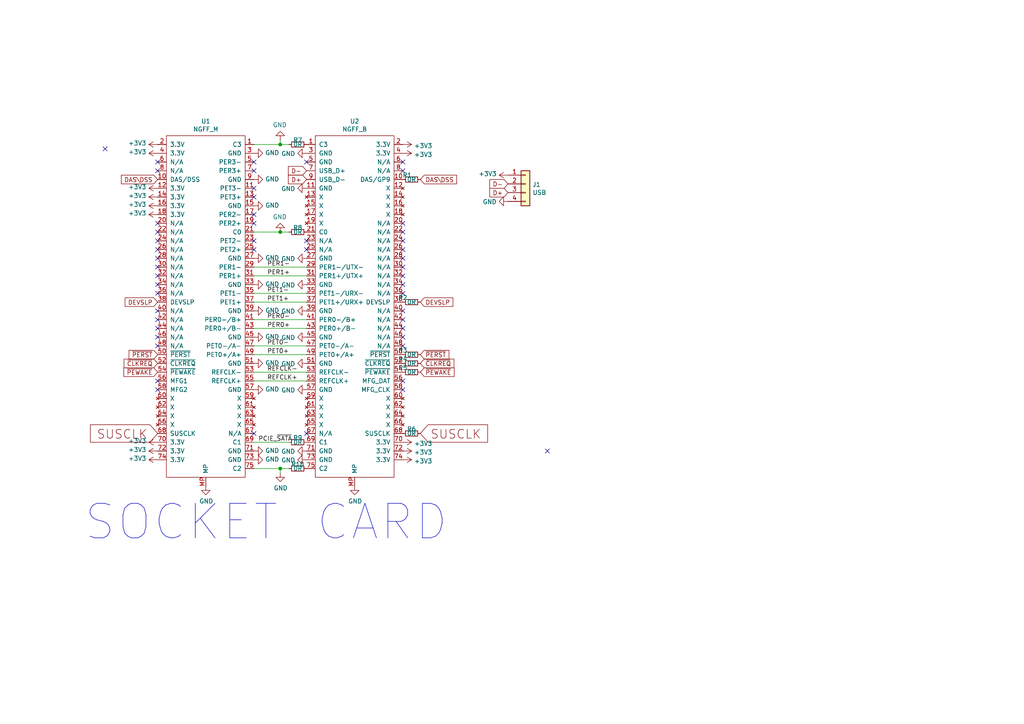
<source format=kicad_sch>
(kicad_sch (version 20211123) (generator eeschema)
  (paper "A4")
  (lib_symbols
    (symbol "Connector_Generic:Conn_01x04" (pin_names (offset 1.016) hide)
      (property "Reference" "J" (at 0 5.08 0))
      (property "Value" "Conn_01x04" (at 0 -7.62 0))
      (symbol "Conn_01x04_1_1"
        (rectangle (start -1.27 -4.953) (end 0 -5.207) (stroke (width 0.1524)))
        (rectangle (start -1.27 -2.413) (end 0 -2.667) (stroke (width 0.1524)))
        (rectangle (start -1.27 0.127) (end 0 -0.127) (stroke (width 0.1524)))
        (rectangle (start -1.27 2.667) (end 0 2.413) (stroke (width 0.1524)))
        (rectangle (start -1.27 3.81) (end 1.27 -6.35) (stroke (width 0.254)) (fill (type background)))
        (pin passive line (at -5.08 2.54 0) (length 3.81) (name "Pin_1") (number "1"))
        (pin passive line (at -5.08 0 0) (length 3.81) (name "Pin_2") (number "2"))
        (pin passive line (at -5.08 -2.54 0) (length 3.81) (name "Pin_3") (number "3"))
        (pin passive line (at -5.08 -5.08 0) (length 3.81) (name "Pin_4") (number "4"))
      )
    )
    (symbol "Device:R_Small" (pin_numbers hide) (pin_names (offset 0.254) hide)
      (property "Reference" "R" (at 0.762 0.508 0))
      (property "Value" "R_Small" (at 0.762 -1.016 0))
      (symbol "R_Small_0_1"
        (rectangle (start -0.762 1.778) (end 0.762 -1.778) (stroke (width 0.2032)))
      )
      (symbol "R_Small_1_1"
        (pin passive line (at 0 2.54 270) (length 0.762) (name "~") (number "1"))
        (pin passive line (at 0 -2.54 90) (length 0.762) (name "~") (number "2"))
      )
    )
    (symbol "nvme:NGFF_B" (pin_names (offset 1.016))
      (property "Reference" "U" (at -10.16 35.56 0))
      (property "Value" "NGFF_B" (at -7.62 -66.04 0))
      (symbol "NGFF_B_0_1"
        (rectangle (start -11.43 34.29) (end 11.43 -64.77))
      )
      (symbol "NGFF_B_1_1"
        (pin input line (at -13.97 31.75 0) (length 2.54) (name "C3") (number "1"))
        (pin input line (at 13.97 21.59 180) (length 2.54) (name "DAS/GP9") (number "10"))
        (pin input line (at -13.97 19.05 0) (length 2.54) (name "GND") (number "11"))
        (pin no_connect line (at 13.97 19.05 180) (length 2.54) (name "X") (number "12"))
        (pin no_connect line (at -13.97 16.51 0) (length 2.54) (name "X") (number "13"))
        (pin no_connect line (at 13.97 16.51 180) (length 2.54) (name "X") (number "14"))
        (pin no_connect line (at -13.97 13.97 0) (length 2.54) (name "X") (number "15"))
        (pin no_connect line (at 13.97 13.97 180) (length 2.54) (name "X") (number "16"))
        (pin no_connect line (at -13.97 11.43 0) (length 2.54) (name "X") (number "17"))
        (pin no_connect line (at 13.97 11.43 180) (length 2.54) (name "X") (number "18"))
        (pin no_connect line (at -13.97 8.89 0) (length 2.54) (name "X") (number "19"))
        (pin input line (at 13.97 31.75 180) (length 2.54) (name "3.3V") (number "2"))
        (pin input line (at 13.97 8.89 180) (length 2.54) (name "N/A") (number "20"))
        (pin input line (at -13.97 6.35 0) (length 2.54) (name "C0") (number "21"))
        (pin input line (at 13.97 6.35 180) (length 2.54) (name "N/A") (number "22"))
        (pin input line (at -13.97 3.81 0) (length 2.54) (name "N/A") (number "23"))
        (pin input line (at 13.97 3.81 180) (length 2.54) (name "N/A") (number "24"))
        (pin input line (at -13.97 1.27 0) (length 2.54) (name "N/A") (number "25"))
        (pin input line (at 13.97 1.27 180) (length 2.54) (name "N/A") (number "26"))
        (pin input line (at -13.97 -1.27 0) (length 2.54) (name "GND") (number "27"))
        (pin input line (at 13.97 -1.27 180) (length 2.54) (name "N/A") (number "28"))
        (pin input line (at -13.97 -3.81 0) (length 2.54) (name "PER1-/UTX-") (number "29"))
        (pin input line (at -13.97 29.21 0) (length 2.54) (name "GND") (number "3"))
        (pin input line (at 13.97 -3.81 180) (length 2.54) (name "N/A") (number "30"))
        (pin input line (at -13.97 -6.35 0) (length 2.54) (name "PER1+/UTX+") (number "31"))
        (pin input line (at 13.97 -6.35 180) (length 2.54) (name "N/A") (number "32"))
        (pin input line (at -13.97 -8.89 0) (length 2.54) (name "GND") (number "33"))
        (pin input line (at 13.97 -8.89 180) (length 2.54) (name "N/A") (number "34"))
        (pin input line (at -13.97 -11.43 0) (length 2.54) (name "PET1-/URX-") (number "35"))
        (pin input line (at 13.97 -11.43 180) (length 2.54) (name "N/A") (number "36"))
        (pin input line (at -13.97 -13.97 0) (length 2.54) (name "PET1+/URX+") (number "37"))
        (pin input line (at 13.97 -13.97 180) (length 2.54) (name "DEVSLP") (number "38"))
        (pin input line (at -13.97 -16.51 0) (length 2.54) (name "GND") (number "39"))
        (pin input line (at 13.97 29.21 180) (length 2.54) (name "3.3V") (number "4"))
        (pin input line (at 13.97 -16.51 180) (length 2.54) (name "N/A") (number "40"))
        (pin input line (at -13.97 -19.05 0) (length 2.54) (name "PER0-/B+") (number "41"))
        (pin input line (at 13.97 -19.05 180) (length 2.54) (name "N/A") (number "42"))
        (pin input line (at -13.97 -21.59 0) (length 2.54) (name "PER0+/B-") (number "43"))
        (pin input line (at 13.97 -21.59 180) (length 2.54) (name "N/A") (number "44"))
        (pin input line (at -13.97 -24.13 0) (length 2.54) (name "GND") (number "45"))
        (pin input line (at 13.97 -24.13 180) (length 2.54) (name "N/A") (number "46"))
        (pin input line (at -13.97 -26.67 0) (length 2.54) (name "PET0-/A-") (number "47"))
        (pin input line (at 13.97 -26.67 180) (length 2.54) (name "N/A") (number "48"))
        (pin input line (at -13.97 -29.21 0) (length 2.54) (name "PET0+/A+") (number "49"))
        (pin input line (at -13.97 26.67 0) (length 2.54) (name "GND") (number "5"))
        (pin input line (at 13.97 -29.21 180) (length 2.54) (name "~{PERST}") (number "50"))
        (pin input line (at -13.97 -31.75 0) (length 2.54) (name "GND") (number "51"))
        (pin input line (at 13.97 -31.75 180) (length 2.54) (name "~{CLKREQ}") (number "52"))
        (pin input line (at -13.97 -34.29 0) (length 2.54) (name "REFCLK-") (number "53"))
        (pin input line (at 13.97 -34.29 180) (length 2.54) (name "~{PEWAKE}") (number "54"))
        (pin input line (at -13.97 -36.83 0) (length 2.54) (name "REFCLK+") (number "55"))
        (pin input line (at 13.97 -36.83 180) (length 2.54) (name "MFG_DAT") (number "56"))
        (pin input line (at -13.97 -39.37 0) (length 2.54) (name "GND") (number "57"))
        (pin input line (at 13.97 -39.37 180) (length 2.54) (name "MFG_CLK") (number "58"))
        (pin no_connect line (at -13.97 -41.91 0) (length 2.54) (name "X") (number "59"))
        (pin input line (at 13.97 26.67 180) (length 2.54) (name "N/A") (number "6"))
        (pin no_connect line (at 13.97 -41.91 180) (length 2.54) (name "X") (number "60"))
        (pin no_connect line (at -13.97 -44.45 0) (length 2.54) (name "X") (number "61"))
        (pin no_connect line (at 13.97 -44.45 180) (length 2.54) (name "X") (number "62"))
        (pin no_connect line (at -13.97 -46.99 0) (length 2.54) (name "X") (number "63"))
        (pin no_connect line (at 13.97 -46.99 180) (length 2.54) (name "X") (number "64"))
        (pin no_connect line (at -13.97 -49.53 0) (length 2.54) (name "X") (number "65"))
        (pin no_connect line (at 13.97 -49.53 180) (length 2.54) (name "X") (number "66"))
        (pin input line (at -13.97 -52.07 0) (length 2.54) (name "N/A") (number "67"))
        (pin input line (at 13.97 -52.07 180) (length 2.54) (name "SUSCLK") (number "68"))
        (pin input line (at -13.97 -54.61 0) (length 2.54) (name "C1") (number "69"))
        (pin input line (at -13.97 24.13 0) (length 2.54) (name "USB_D+") (number "7"))
        (pin input line (at 13.97 -54.61 180) (length 2.54) (name "3.3V") (number "70"))
        (pin input line (at -13.97 -57.15 0) (length 2.54) (name "GND") (number "71"))
        (pin input line (at 13.97 -57.15 180) (length 2.54) (name "3.3V") (number "72"))
        (pin input line (at -13.97 -59.69 0) (length 2.54) (name "GND") (number "73"))
        (pin input line (at 13.97 -59.69 180) (length 2.54) (name "3.3V") (number "74"))
        (pin input line (at -13.97 -62.23 0) (length 2.54) (name "C2") (number "75"))
        (pin input line (at 13.97 24.13 180) (length 2.54) (name "N/A") (number "8"))
        (pin input line (at -13.97 21.59 0) (length 2.54) (name "USB_D-") (number "9"))
        (pin input line (at 0 -67.31 90) (length 2.54) (name "MP") (number "MP"))
      )
    )
    (symbol "nvme:NGFF_M" (pin_names (offset 1.016))
      (property "Reference" "U" (at -10.16 35.56 0))
      (property "Value" "NGFF_M" (at -7.62 -66.04 0))
      (symbol "NGFF_M_0_1"
        (rectangle (start -11.43 34.29) (end 11.43 -64.77))
      )
      (symbol "NGFF_M_1_1"
        (pin input line (at -13.97 31.75 0) (length 2.54) (name "C3") (number "1"))
        (pin input line (at 13.97 21.59 180) (length 2.54) (name "DAS/DSS") (number "10"))
        (pin input line (at -13.97 19.05 0) (length 2.54) (name "PET3-") (number "11"))
        (pin input line (at 13.97 19.05 180) (length 2.54) (name "3.3V") (number "12"))
        (pin input line (at -13.97 16.51 0) (length 2.54) (name "PET3+") (number "13"))
        (pin input line (at 13.97 16.51 180) (length 2.54) (name "3.3V") (number "14"))
        (pin input line (at -13.97 13.97 0) (length 2.54) (name "GND") (number "15"))
        (pin input line (at 13.97 13.97 180) (length 2.54) (name "3.3V") (number "16"))
        (pin input line (at -13.97 11.43 0) (length 2.54) (name "PER2-") (number "17"))
        (pin input line (at 13.97 11.43 180) (length 2.54) (name "3.3V") (number "18"))
        (pin input line (at -13.97 8.89 0) (length 2.54) (name "PER2+") (number "19"))
        (pin input line (at 13.97 31.75 180) (length 2.54) (name "3.3V") (number "2"))
        (pin input line (at 13.97 8.89 180) (length 2.54) (name "N/A") (number "20"))
        (pin input line (at -13.97 6.35 0) (length 2.54) (name "C0") (number "21"))
        (pin input line (at 13.97 6.35 180) (length 2.54) (name "N/A") (number "22"))
        (pin input line (at -13.97 3.81 0) (length 2.54) (name "PET2-") (number "23"))
        (pin input line (at 13.97 3.81 180) (length 2.54) (name "N/A") (number "24"))
        (pin input line (at -13.97 1.27 0) (length 2.54) (name "PET2+") (number "25"))
        (pin input line (at 13.97 1.27 180) (length 2.54) (name "N/A") (number "26"))
        (pin input line (at -13.97 -1.27 0) (length 2.54) (name "GND") (number "27"))
        (pin input line (at 13.97 -1.27 180) (length 2.54) (name "N/A") (number "28"))
        (pin input line (at -13.97 -3.81 0) (length 2.54) (name "PER1-") (number "29"))
        (pin input line (at -13.97 29.21 0) (length 2.54) (name "GND") (number "3"))
        (pin input line (at 13.97 -3.81 180) (length 2.54) (name "N/A") (number "30"))
        (pin input line (at -13.97 -6.35 0) (length 2.54) (name "PER1+") (number "31"))
        (pin input line (at 13.97 -6.35 180) (length 2.54) (name "N/A") (number "32"))
        (pin input line (at -13.97 -8.89 0) (length 2.54) (name "GND") (number "33"))
        (pin input line (at 13.97 -8.89 180) (length 2.54) (name "N/A") (number "34"))
        (pin input line (at -13.97 -11.43 0) (length 2.54) (name "PET1-") (number "35"))
        (pin input line (at 13.97 -11.43 180) (length 2.54) (name "N/A") (number "36"))
        (pin input line (at -13.97 -13.97 0) (length 2.54) (name "PET1+") (number "37"))
        (pin input line (at 13.97 -13.97 180) (length 2.54) (name "DEVSLP") (number "38"))
        (pin input line (at -13.97 -16.51 0) (length 2.54) (name "GND") (number "39"))
        (pin input line (at 13.97 29.21 180) (length 2.54) (name "3.3V") (number "4"))
        (pin input line (at 13.97 -16.51 180) (length 2.54) (name "N/A") (number "40"))
        (pin input line (at -13.97 -19.05 0) (length 2.54) (name "PER0-/B+") (number "41"))
        (pin input line (at 13.97 -19.05 180) (length 2.54) (name "N/A") (number "42"))
        (pin input line (at -13.97 -21.59 0) (length 2.54) (name "PER0+/B-") (number "43"))
        (pin input line (at 13.97 -21.59 180) (length 2.54) (name "N/A") (number "44"))
        (pin input line (at -13.97 -24.13 0) (length 2.54) (name "GND") (number "45"))
        (pin input line (at 13.97 -24.13 180) (length 2.54) (name "N/A") (number "46"))
        (pin input line (at -13.97 -26.67 0) (length 2.54) (name "PET0-/A-") (number "47"))
        (pin input line (at 13.97 -26.67 180) (length 2.54) (name "N/A") (number "48"))
        (pin input line (at -13.97 -29.21 0) (length 2.54) (name "PET0+/A+") (number "49"))
        (pin input line (at -13.97 26.67 0) (length 2.54) (name "PER3-") (number "5"))
        (pin input line (at 13.97 -29.21 180) (length 2.54) (name "~{PERST}") (number "50"))
        (pin input line (at -13.97 -31.75 0) (length 2.54) (name "GND") (number "51"))
        (pin input line (at 13.97 -31.75 180) (length 2.54) (name "~{CLKREQ}") (number "52"))
        (pin input line (at -13.97 -34.29 0) (length 2.54) (name "REFCLK-") (number "53"))
        (pin input line (at 13.97 -34.29 180) (length 2.54) (name "~{PEWAKE}") (number "54"))
        (pin input line (at -13.97 -36.83 0) (length 2.54) (name "REFCLK+") (number "55"))
        (pin input line (at 13.97 -36.83 180) (length 2.54) (name "MFG1") (number "56"))
        (pin input line (at -13.97 -39.37 0) (length 2.54) (name "GND") (number "57"))
        (pin input line (at 13.97 -39.37 180) (length 2.54) (name "MFG2") (number "58"))
        (pin no_connect line (at -13.97 -41.91 0) (length 2.54) (name "X") (number "59"))
        (pin input line (at 13.97 26.67 180) (length 2.54) (name "N/A") (number "6"))
        (pin no_connect line (at 13.97 -41.91 180) (length 2.54) (name "X") (number "60"))
        (pin no_connect line (at -13.97 -44.45 0) (length 2.54) (name "X") (number "61"))
        (pin no_connect line (at 13.97 -44.45 180) (length 2.54) (name "X") (number "62"))
        (pin no_connect line (at -13.97 -46.99 0) (length 2.54) (name "X") (number "63"))
        (pin no_connect line (at 13.97 -46.99 180) (length 2.54) (name "X") (number "64"))
        (pin no_connect line (at -13.97 -49.53 0) (length 2.54) (name "X") (number "65"))
        (pin no_connect line (at 13.97 -49.53 180) (length 2.54) (name "X") (number "66"))
        (pin input line (at -13.97 -52.07 0) (length 2.54) (name "N/A") (number "67"))
        (pin input line (at 13.97 -52.07 180) (length 2.54) (name "SUSCLK") (number "68"))
        (pin input line (at -13.97 -54.61 0) (length 2.54) (name "C1") (number "69"))
        (pin input line (at -13.97 24.13 0) (length 2.54) (name "PER3+") (number "7"))
        (pin input line (at 13.97 -54.61 180) (length 2.54) (name "3.3V") (number "70"))
        (pin input line (at -13.97 -57.15 0) (length 2.54) (name "GND") (number "71"))
        (pin input line (at 13.97 -57.15 180) (length 2.54) (name "3.3V") (number "72"))
        (pin input line (at -13.97 -59.69 0) (length 2.54) (name "GND") (number "73"))
        (pin input line (at 13.97 -59.69 180) (length 2.54) (name "3.3V") (number "74"))
        (pin input line (at -13.97 -62.23 0) (length 2.54) (name "C2") (number "75"))
        (pin input line (at 13.97 24.13 180) (length 2.54) (name "N/A") (number "8"))
        (pin input line (at -13.97 21.59 0) (length 2.54) (name "GND") (number "9"))
        (pin input line (at 0 -67.31 90) (length 2.54) (name "MP") (number "MP"))
      )
    )
    (symbol "nvme_bm_to_m-rescue:+3.3V-power" (power) (pin_names (offset 0))
      (property "Value" "+3.3V-power" (at 0 3.556 0))
      (symbol "+3.3V-power_0_1"
        (polyline (pts (xy -0.762 1.27) (xy 0 2.54)))
        (polyline (pts (xy 0 0) (xy 0 2.54)))
        (polyline (pts (xy 0 2.54) (xy 0.762 1.27)))
      )
      (symbol "+3.3V-power_1_1"
        (pin power_in line (at 0 0 90) (length 0) hide (name "+3V3") (number "1"))
      )
    )
    (symbol "power:GND" (power) (pin_names (offset 0))
      (property "Value" "GND" (at 0 -3.81 0))
      (symbol "GND_0_1"
        (polyline (pts (xy 0 0) (xy 0 -1.27) (xy 1.27 -1.27) (xy 0 -2.54) (xy -1.27 -1.27) (xy 0 -1.27)))
      )
      (symbol "GND_1_1"
        (pin power_in line (at 0 0 270) (length 0) hide (name "GND") (number "1"))
      )
    )
  )
  (junction (at 81.28 135.89))
  (junction (at 81.28 41.91))
  (junction (at 81.28 67.31))
  (no_connect (at 116.84 77.47))
  (no_connect (at 116.84 113.03))
  (no_connect (at 88.9 72.39))
  (no_connect (at 116.84 100.33))
  (no_connect (at 116.84 67.31))
  (no_connect (at 116.84 110.49))
  (no_connect (at 45.72 82.55))
  (no_connect (at 45.72 92.71))
  (no_connect (at 88.9 69.85))
  (no_connect (at 73.66 69.85))
  (no_connect (at 116.84 97.79))
  (no_connect (at 73.66 64.77))
  (no_connect (at 73.66 46.99))
  (no_connect (at 45.72 69.85))
  (no_connect (at 73.66 54.61))
  (no_connect (at 73.66 49.53))
  (no_connect (at 88.9 125.73))
  (no_connect (at 45.72 77.47))
  (no_connect (at 45.72 97.79))
  (no_connect (at 45.72 46.99))
  (no_connect (at 116.84 46.99))
  (no_connect (at 158.75 130.81))
  (no_connect (at 30.48 43.18))
  (no_connect (at 88.9 46.99))
  (no_connect (at 73.66 57.15))
  (no_connect (at 45.72 100.33))
  (no_connect (at 45.72 113.03))
  (no_connect (at 116.84 64.77))
  (no_connect (at 116.84 69.85))
  (no_connect (at 116.84 80.01))
  (no_connect (at 45.72 80.01))
  (no_connect (at 45.72 95.25))
  (no_connect (at 116.84 95.25))
  (no_connect (at 116.84 72.39))
  (no_connect (at 116.84 49.53))
  (no_connect (at 116.84 90.17))
  (no_connect (at 116.84 85.09))
  (no_connect (at 45.72 85.09))
  (no_connect (at 45.72 110.49))
  (no_connect (at 45.72 90.17))
  (no_connect (at 45.72 64.77))
  (no_connect (at 116.84 82.55))
  (no_connect (at 45.72 74.93))
  (no_connect (at 73.66 125.73))
  (no_connect (at 45.72 72.39))
  (no_connect (at 73.66 62.23))
  (no_connect (at 45.72 49.53))
  (no_connect (at 73.66 72.39))
  (no_connect (at 116.84 74.93))
  (no_connect (at 116.84 92.71))
  (no_connect (at 45.72 67.31))
  (wire (pts (xy 88.9 85.09) (xy 73.66 85.09)))
  (wire (pts (xy 81.28 137.16) (xy 81.28 135.89)))
  (wire (pts (xy 88.9 110.49) (xy 73.66 110.49)))
  (wire (pts (xy 88.9 102.87) (xy 73.66 102.87)))
  (wire (pts (xy 83.82 128.27) (xy 73.66 128.27)))
  (wire (pts (xy 88.9 80.01) (xy 73.66 80.01)))
  (wire (pts (xy 73.66 107.95) (xy 88.9 107.95)))
  (wire (pts (xy 73.66 67.31) (xy 81.28 67.31)))
  (wire (pts (xy 81.28 41.91) (xy 81.28 40.64)))
  (wire (pts (xy 81.28 41.91) (xy 83.82 41.91)))
  (wire (pts (xy 73.66 100.33) (xy 88.9 100.33)))
  (wire (pts (xy 81.28 135.89) (xy 73.66 135.89)))
  (wire (pts (xy 73.66 87.63) (xy 88.9 87.63)))
  (wire (pts (xy 81.28 67.31) (xy 83.82 67.31)))
  (wire (pts (xy 88.9 92.71) (xy 73.66 92.71)))
  (wire (pts (xy 73.66 41.91) (xy 81.28 41.91)))
  (wire (pts (xy 83.82 135.89) (xy 81.28 135.89)))
  (wire (pts (xy 73.66 77.47) (xy 88.9 77.47)))
  (wire (pts (xy 73.66 95.25) (xy 88.9 95.25)))
  (text "CARD" (at 91.44 157.48 0) (effects (font (size 10.0076 10.0076)) (justify left bottom)))
  (text "SOCKET" (at 24.13 157.48 0) (effects (font (size 10.0076 10.0076)) (justify left bottom)))
  (label "REFCLK-" (at 77.47 107.95 0))
  (label "PER1-" (at 77.47 77.47 0))
  (label "PET1+" (at 77.47 87.63 0))
  (label "PCIE_~{SATA}" (at 74.93 128.27 0))
  (label "PET0-" (at 77.47 100.33 0))
  (label "PER0+" (at 77.47 95.25 0))
  (label "PET0+" (at 77.47 102.87 0))
  (label "PER0-" (at 77.47 92.71 0))
  (label "PET1-" (at 77.47 85.09 0))
  (label "REFCLK+" (at 77.47 110.49 0))
  (label "PER1+" (at 77.47 80.01 0))
  (global_label "DEVSLP" (shape input) (at 121.92 87.63 0) (property "Intersheet References" "${INTERSHEET_REFS}" (effects hide)))
  (global_label "DAS\\DSS" (shape input) (at 121.92 52.07 0) (property "Intersheet References" "${INTERSHEET_REFS}" (effects hide)))
  (global_label "DAS\\DSS" (shape input) (at 45.72 52.07 180) (property "Intersheet References" "${INTERSHEET_REFS}" (effects hide)))
  (global_label "D+" (shape input) (at 147.32 55.88 180) (property "Intersheet References" "${INTERSHEET_REFS}" (effects hide)))
  (global_label "~{PEWAKE}" (shape input) (at 45.72 107.95 180) (property "Intersheet References" "${INTERSHEET_REFS}" (effects hide)))
  (global_label "~{CLKREQ}" (shape input) (at 45.72 105.41 180) (property "Intersheet References" "${INTERSHEET_REFS}" (effects hide)))
  (global_label "SUSCLK" (shape input) (at 121.92 125.73 0) (effects (font (size 2.54 2.54))) (property "Intersheet References" "${INTERSHEET_REFS}" (effects hide)))
  (global_label "~{CLKREQ}" (shape input) (at 121.92 105.41 0) (property "Intersheet References" "${INTERSHEET_REFS}" (effects hide)))
  (global_label "~{PERST}" (shape input) (at 45.72 102.87 180) (property "Intersheet References" "${INTERSHEET_REFS}" (effects hide)))
  (global_label "SUSCLK" (shape input) (at 45.72 125.73 180) (effects (font (size 2.54 2.54))) (property "Intersheet References" "${INTERSHEET_REFS}" (effects hide)))
  (global_label "~{PEWAKE}" (shape input) (at 121.92 107.95 0) (property "Intersheet References" "${INTERSHEET_REFS}" (effects hide)))
  (global_label "D-" (shape input) (at 88.9 49.53 180) (property "Intersheet References" "${INTERSHEET_REFS}" (effects hide)))
  (global_label "DEVSLP" (shape input) (at 45.72 87.63 180) (property "Intersheet References" "${INTERSHEET_REFS}" (effects hide)))
  (global_label "~{PERST}" (shape input) (at 121.92 102.87 0) (property "Intersheet References" "${INTERSHEET_REFS}" (effects hide)))
  (global_label "D-" (shape input) (at 147.32 53.34 180) (property "Intersheet References" "${INTERSHEET_REFS}" (effects hide)))
  (global_label "D+" (shape input) (at 88.9 52.07 180) (property "Intersheet References" "${INTERSHEET_REFS}" (effects hide)))
  (symbol (lib_id "nvme:NGFF_B") (at 102.87 73.66 0) (unit 1)
    (property "Reference" "U2" (at 102.87 35.179 0))
    (property "Value" "NGFF_B" (at 102.87 37.4904 0))
    (property "Footprint" "nvme_bm_to_m:NGFF_B+M" (effects hide))
  )
  (symbol (lib_id "nvme:NGFF_M") (at 59.69 73.66 0) (mirror y) (unit 1)
    (property "Reference" "U1" (at 59.69 35.179 0))
    (property "Value" "NGFF_M" (at 59.69 37.4904 0))
    (property "Footprint" "nvme_bm_to_m:Conn_TE-M.2-0.5-67P-doublesided_TypeM" (effects hide))
  )
  (symbol (lib_id "power:GND") (at 73.66 52.07 90) (unit 1)
    (property "Reference" "#PWR0101" (effects hide))
    (property "Value" "GND" (at 76.9112 51.943 90) (effects (justify right)))
  )
  (symbol (lib_id "power:GND") (at 73.66 44.45 90) (unit 1)
    (property "Reference" "#PWR0102" (effects hide))
    (property "Value" "GND" (at 76.9112 44.323 90) (effects (justify right)))
  )
  (symbol (lib_id "power:GND") (at 81.28 40.64 180) (unit 1)
    (property "Reference" "#PWR0103" (effects hide))
    (property "Value" "GND" (at 81.153 36.2458 0))
  )
  (symbol (lib_id "power:GND") (at 81.28 67.31 180) (unit 1)
    (property "Reference" "#PWR0104" (effects hide))
    (property "Value" "GND" (at 81.153 62.9158 0))
  )
  (symbol (lib_id "power:GND") (at 73.66 59.69 90) (unit 1)
    (property "Reference" "#PWR0105" (effects hide))
    (property "Value" "GND" (at 76.9112 59.563 90) (effects (justify right)))
  )
  (symbol (lib_id "power:GND") (at 73.66 74.93 90) (unit 1)
    (property "Reference" "#PWR0106" (effects hide))
    (property "Value" "GND" (at 76.9112 74.803 90) (effects (justify right)))
  )
  (symbol (lib_id "power:GND") (at 73.66 82.55 90) (unit 1)
    (property "Reference" "#PWR0107" (effects hide))
    (property "Value" "GND" (at 76.9112 82.423 90) (effects (justify right)))
  )
  (symbol (lib_id "power:GND") (at 73.66 90.17 90) (unit 1)
    (property "Reference" "#PWR0108" (effects hide))
    (property "Value" "GND" (at 76.9112 90.043 90) (effects (justify right)))
  )
  (symbol (lib_id "power:GND") (at 73.66 97.79 90) (unit 1)
    (property "Reference" "#PWR0109" (effects hide))
    (property "Value" "GND" (at 76.9112 97.663 90) (effects (justify right)))
  )
  (symbol (lib_id "power:GND") (at 73.66 105.41 90) (unit 1)
    (property "Reference" "#PWR0110" (effects hide))
    (property "Value" "GND" (at 76.9112 105.283 90) (effects (justify right)))
  )
  (symbol (lib_id "power:GND") (at 73.66 113.03 90) (unit 1)
    (property "Reference" "#PWR0111" (effects hide))
    (property "Value" "GND" (at 76.9112 112.903 90) (effects (justify right)))
  )
  (symbol (lib_id "power:GND") (at 73.66 130.81 90) (unit 1)
    (property "Reference" "#PWR0112" (effects hide))
    (property "Value" "GND" (at 76.9112 130.683 90) (effects (justify right)))
  )
  (symbol (lib_id "power:GND") (at 73.66 133.35 90) (unit 1)
    (property "Reference" "#PWR0113" (effects hide))
    (property "Value" "GND" (at 76.9112 133.223 90) (effects (justify right)))
  )
  (symbol (lib_id "power:GND") (at 81.28 137.16 0) (unit 1)
    (property "Reference" "#PWR0114" (effects hide))
    (property "Value" "GND" (at 81.407 141.5542 0))
  )
  (symbol (lib_id "power:GND") (at 88.9 133.35 270) (unit 1)
    (property "Reference" "#PWR0115" (effects hide))
    (property "Value" "GND" (at 85.6488 133.477 90) (effects (justify right)))
  )
  (symbol (lib_id "power:GND") (at 88.9 130.81 270) (unit 1)
    (property "Reference" "#PWR0116" (effects hide))
    (property "Value" "GND" (at 85.6488 130.937 90) (effects (justify right)))
  )
  (symbol (lib_id "power:GND") (at 88.9 113.03 270) (unit 1)
    (property "Reference" "#PWR0117" (effects hide))
    (property "Value" "GND" (at 85.6488 113.157 90) (effects (justify right)))
  )
  (symbol (lib_id "power:GND") (at 88.9 105.41 270) (unit 1)
    (property "Reference" "#PWR0118" (effects hide))
    (property "Value" "GND" (at 85.6488 105.537 90) (effects (justify right)))
  )
  (symbol (lib_id "power:GND") (at 88.9 97.79 270) (unit 1)
    (property "Reference" "#PWR0119" (effects hide))
    (property "Value" "GND" (at 85.6488 97.917 90) (effects (justify right)))
  )
  (symbol (lib_id "power:GND") (at 88.9 90.17 270) (unit 1)
    (property "Reference" "#PWR0120" (effects hide))
    (property "Value" "GND" (at 85.6488 90.297 90) (effects (justify right)))
  )
  (symbol (lib_id "power:GND") (at 88.9 82.55 270) (unit 1)
    (property "Reference" "#PWR0121" (effects hide))
    (property "Value" "GND" (at 85.6488 82.677 90) (effects (justify right)))
  )
  (symbol (lib_id "power:GND") (at 88.9 74.93 270) (unit 1)
    (property "Reference" "#PWR0122" (effects hide))
    (property "Value" "GND" (at 85.6488 75.057 90) (effects (justify right)))
  )
  (symbol (lib_id "power:GND") (at 88.9 44.45 270) (unit 1)
    (property "Reference" "#PWR0123" (effects hide))
    (property "Value" "GND" (at 85.6488 44.577 90) (effects (justify right)))
  )
  (symbol (lib_id "power:GND") (at 59.69 140.97 0) (unit 1)
    (property "Reference" "#PWR0142" (effects hide))
    (property "Value" "GND" (at 59.817 145.3642 0))
  )
  (symbol (lib_id "power:GND") (at 102.87 140.97 0) (unit 1)
    (property "Reference" "#PWR0143" (effects hide))
    (property "Value" "GND" (at 102.997 145.3642 0))
  )
  (symbol (lib_id "nvme_bm_to_m-rescue:+3.3V-power") (at 45.72 128.27 90) (unit 1)
    (property "Reference" "#PWR0124" (effects hide))
    (property "Value" "+3.3V" (at 42.4688 127.889 90) (effects (justify left)))
  )
  (symbol (lib_id "nvme_bm_to_m-rescue:+3.3V-power") (at 45.72 130.81 90) (unit 1)
    (property "Reference" "#PWR0125" (effects hide))
    (property "Value" "+3.3V" (at 42.4688 130.429 90) (effects (justify left)))
  )
  (symbol (lib_id "nvme_bm_to_m-rescue:+3.3V-power") (at 45.72 133.35 90) (unit 1)
    (property "Reference" "#PWR0126" (effects hide))
    (property "Value" "+3.3V" (at 42.4688 132.969 90) (effects (justify left)))
  )
  (symbol (lib_id "nvme_bm_to_m-rescue:+3.3V-power") (at 116.84 133.35 270) (unit 1)
    (property "Reference" "#PWR0127" (effects hide))
    (property "Value" "+3.3V" (at 120.0912 133.731 90) (effects (justify left)))
  )
  (symbol (lib_id "nvme_bm_to_m-rescue:+3.3V-power") (at 116.84 130.81 270) (unit 1)
    (property "Reference" "#PWR0128" (effects hide))
    (property "Value" "+3.3V" (at 120.0912 131.191 90) (effects (justify left)))
  )
  (symbol (lib_id "nvme_bm_to_m-rescue:+3.3V-power") (at 116.84 128.27 270) (unit 1)
    (property "Reference" "#PWR0129" (effects hide))
    (property "Value" "+3.3V" (at 120.0912 128.651 90) (effects (justify left)))
  )
  (symbol (lib_id "nvme_bm_to_m-rescue:+3.3V-power") (at 116.84 44.45 270) (unit 1)
    (property "Reference" "#PWR0130" (effects hide))
    (property "Value" "+3.3V" (at 120.0912 44.831 90) (effects (justify left)))
  )
  (symbol (lib_id "nvme_bm_to_m-rescue:+3.3V-power") (at 116.84 41.91 270) (unit 1)
    (property "Reference" "#PWR0131" (effects hide))
    (property "Value" "+3.3V" (at 120.0912 42.291 90) (effects (justify left)))
  )
  (symbol (lib_id "nvme_bm_to_m-rescue:+3.3V-power") (at 45.72 54.61 90) (unit 1)
    (property "Reference" "#PWR0132" (effects hide))
    (property "Value" "+3.3V" (at 42.4688 54.229 90) (effects (justify left)))
  )
  (symbol (lib_id "nvme_bm_to_m-rescue:+3.3V-power") (at 45.72 44.45 90) (unit 1)
    (property "Reference" "#PWR0133" (effects hide))
    (property "Value" "+3.3V" (at 42.4688 44.069 90) (effects (justify left)))
  )
  (symbol (lib_id "nvme_bm_to_m-rescue:+3.3V-power") (at 45.72 41.91 90) (unit 1)
    (property "Reference" "#PWR0134" (effects hide))
    (property "Value" "+3.3V" (at 42.4688 41.529 90) (effects (justify left)))
  )
  (symbol (lib_id "nvme_bm_to_m-rescue:+3.3V-power") (at 45.72 57.15 90) (unit 1)
    (property "Reference" "#PWR0135" (effects hide))
    (property "Value" "+3.3V" (at 42.4688 56.769 90) (effects (justify left)))
  )
  (symbol (lib_id "nvme_bm_to_m-rescue:+3.3V-power") (at 45.72 59.69 90) (unit 1)
    (property "Reference" "#PWR0136" (effects hide))
    (property "Value" "+3.3V" (at 42.4688 59.309 90) (effects (justify left)))
  )
  (symbol (lib_id "nvme_bm_to_m-rescue:+3.3V-power") (at 45.72 62.23 90) (unit 1)
    (property "Reference" "#PWR0137" (effects hide))
    (property "Value" "+3.3V" (at 42.4688 61.849 90) (effects (justify left)))
  )
  (symbol (lib_id "Device:R_Small") (at 119.38 52.07 270) (unit 1)
    (property "Reference" "R1" (at 118.11 50.8 90))
    (property "Value" "0R" (at 119.38 52.07 90))
    (property "Footprint" "Resistor_SMD:R_0603_1608Metric_Pad0.98x0.95mm_HandSolder" (effects hide))
  )
  (symbol (lib_id "Device:R_Small") (at 119.38 125.73 270) (unit 1)
    (property "Reference" "R6" (at 119.38 124.46 90))
    (property "Value" "0R" (at 119.38 125.73 90))
    (property "Footprint" "Resistor_SMD:R_0603_1608Metric_Pad0.98x0.95mm_HandSolder" (effects hide))
  )
  (symbol (lib_id "Device:R_Small") (at 119.38 107.95 270) (unit 1)
    (property "Reference" "R5" (at 116.84 106.68 90))
    (property "Value" "0R" (at 119.38 107.95 90))
    (property "Footprint" "Resistor_SMD:R_0603_1608Metric_Pad0.98x0.95mm_HandSolder" (effects hide))
  )
  (symbol (lib_id "Device:R_Small") (at 119.38 105.41 270) (unit 1)
    (property "Reference" "R4" (at 116.84 104.14 90))
    (property "Value" "0R" (at 119.38 105.41 90))
    (property "Footprint" "Resistor_SMD:R_0603_1608Metric_Pad0.98x0.95mm_HandSolder" (effects hide))
  )
  (symbol (lib_id "Device:R_Small") (at 119.38 102.87 270) (unit 1)
    (property "Reference" "R3" (at 116.84 101.6 90))
    (property "Value" "0R" (at 119.38 102.87 90))
    (property "Footprint" "Resistor_SMD:R_0603_1608Metric_Pad0.98x0.95mm_HandSolder" (effects hide))
  )
  (symbol (lib_id "Device:R_Small") (at 119.38 87.63 270) (unit 1)
    (property "Reference" "R2" (at 116.84 86.36 90))
    (property "Value" "0R" (at 119.38 87.63 90))
    (property "Footprint" "Resistor_SMD:R_0603_1608Metric_Pad0.98x0.95mm_HandSolder" (effects hide))
  )
  (symbol (lib_id "power:GND") (at 88.9 54.61 270) (unit 1)
    (property "Reference" "#PWR0138" (effects hide))
    (property "Value" "GND" (at 85.6488 54.737 90) (effects (justify right)))
  )
  (symbol (lib_id "Connector_Generic:Conn_01x04") (at 152.4 53.34 0) (unit 1)
    (property "Reference" "J1" (at 154.432 53.5432 0) (effects (justify left)))
    (property "Value" "USB" (at 154.432 55.8546 0) (effects (justify left)))
    (property "Footprint" "Connector_PinHeader_2.00mm:PinHeader_1x04_P2.00mm_Vertical" (effects hide))
  )
  (symbol (lib_id "nvme_bm_to_m-rescue:+3.3V-power") (at 147.32 50.8 90) (unit 1)
    (property "Reference" "#PWR0140" (effects hide))
    (property "Value" "+3.3V" (at 144.0688 50.419 90) (effects (justify left)))
  )
  (symbol (lib_id "power:GND") (at 147.32 58.42 270) (unit 1)
    (property "Reference" "#PWR0141" (effects hide))
    (property "Value" "GND" (at 144.0688 58.547 90) (effects (justify right)))
  )
  (symbol (lib_id "Device:R_Small") (at 86.36 128.27 270) (unit 1)
    (property "Reference" "R9" (at 86.36 127 90))
    (property "Value" "0R" (at 86.36 128.27 90))
    (property "Footprint" "Resistor_SMD:R_0402_1005Metric" (effects hide))
  )
  (symbol (lib_id "Device:R_Small") (at 86.36 67.31 270) (unit 1)
    (property "Reference" "R8" (at 86.36 66.04 90))
    (property "Value" "0R" (at 86.36 67.31 90))
    (property "Footprint" "Resistor_SMD:R_0402_1005Metric" (effects hide))
  )
  (symbol (lib_id "Device:R_Small") (at 86.36 41.91 270) (unit 1)
    (property "Reference" "R7" (at 86.36 40.64 90))
    (property "Value" "0R" (at 86.36 41.91 90))
    (property "Footprint" "Resistor_SMD:R_0402_1005Metric" (effects hide))
  )
  (symbol (lib_id "Device:R_Small") (at 86.36 135.89 270) (unit 1)
    (property "Reference" "R10" (at 86.36 134.62 90))
    (property "Value" "0R" (at 86.36 135.89 90))
    (property "Footprint" "Resistor_SMD:R_0402_1005Metric" (effects hide))
  )
)
</source>
